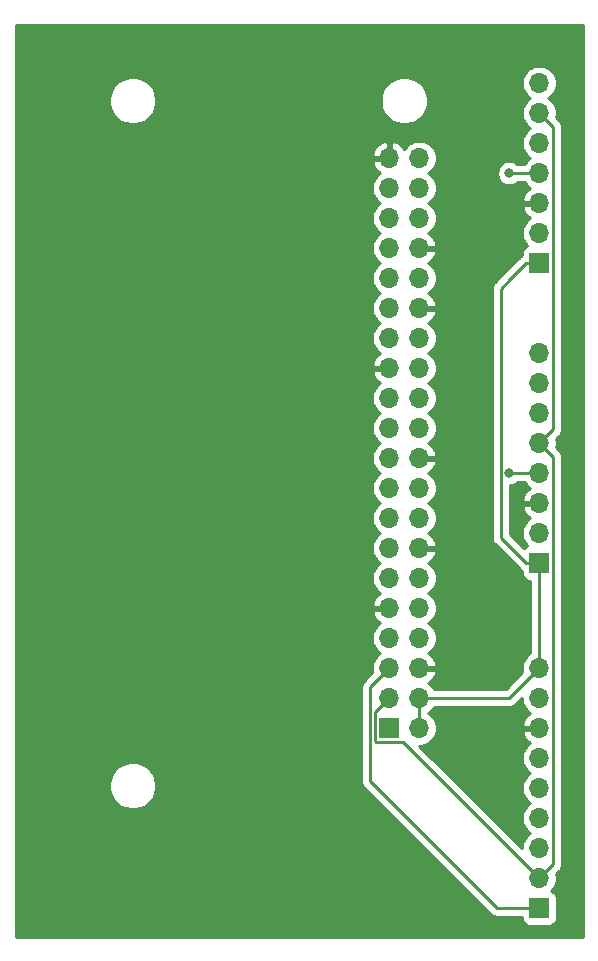
<source format=gbr>
G04 #@! TF.GenerationSoftware,KiCad,Pcbnew,(5.1.5)-3*
G04 #@! TF.CreationDate,2019-12-27T21:02:48-05:00*
G04 #@! TF.ProjectId,pi-altim,70692d61-6c74-4696-9d2e-6b696361645f,rev?*
G04 #@! TF.SameCoordinates,Original*
G04 #@! TF.FileFunction,Copper,L1,Top*
G04 #@! TF.FilePolarity,Positive*
%FSLAX46Y46*%
G04 Gerber Fmt 4.6, Leading zero omitted, Abs format (unit mm)*
G04 Created by KiCad (PCBNEW (5.1.5)-3) date 2019-12-27 21:02:48*
%MOMM*%
%LPD*%
G04 APERTURE LIST*
%ADD10O,1.700000X1.700000*%
%ADD11R,1.700000X1.700000*%
%ADD12C,0.800000*%
%ADD13C,0.250000*%
%ADD14C,0.254000*%
G04 APERTURE END LIST*
D10*
X46990000Y-64770000D03*
X44450000Y-67310000D03*
X44450000Y-52070000D03*
X46990000Y-52070000D03*
X46990000Y-67310000D03*
X44450000Y-64770000D03*
X46990000Y-69850000D03*
D11*
X44450000Y-69850000D03*
D10*
X44450000Y-41910000D03*
X46990000Y-41910000D03*
X44450000Y-57150000D03*
X46990000Y-57150000D03*
X44450000Y-36830000D03*
X46990000Y-36830000D03*
X44450000Y-54610000D03*
X46990000Y-54610000D03*
X44450000Y-59690000D03*
X46990000Y-59690000D03*
X44450000Y-46990000D03*
X46990000Y-46990000D03*
X44450000Y-24130000D03*
X46990000Y-24130000D03*
X44450000Y-29210000D03*
X46990000Y-29210000D03*
X44450000Y-26670000D03*
X46990000Y-26670000D03*
X44450000Y-49530000D03*
X46990000Y-49530000D03*
X44450000Y-31750000D03*
X46990000Y-31750000D03*
X44450000Y-62230000D03*
X46990000Y-62230000D03*
X44450000Y-34290000D03*
X46990000Y-34290000D03*
X44450000Y-44450000D03*
X46990000Y-44450000D03*
X44450000Y-39370000D03*
X46990000Y-39370000D03*
X44450000Y-21590000D03*
X46990000Y-21590000D03*
D11*
X57150000Y-30480000D03*
D10*
X57150000Y-27940000D03*
X57150000Y-25400000D03*
X57150000Y-22860000D03*
X57150000Y-20320000D03*
X57150000Y-17780000D03*
X57150000Y-15240000D03*
D11*
X57150000Y-55880000D03*
D10*
X57150000Y-53340000D03*
X57150000Y-50800000D03*
X57150000Y-48260000D03*
X57150000Y-45720000D03*
X57150000Y-43180000D03*
X57150000Y-40640000D03*
X57150000Y-38100000D03*
D11*
X57150000Y-85090000D03*
D10*
X57150000Y-82550000D03*
X57150000Y-80010000D03*
X57150000Y-77470000D03*
X57150000Y-74930000D03*
X57150000Y-72390000D03*
X57150000Y-69850000D03*
X57150000Y-67310000D03*
X57150000Y-64770000D03*
D12*
X54610000Y-22860000D03*
X54610000Y-48260000D03*
D13*
X43274999Y-68485001D02*
X43600001Y-68159999D01*
X43600001Y-68159999D02*
X44450000Y-67310000D01*
X43274999Y-70960001D02*
X43274999Y-68485001D01*
X43339999Y-71025001D02*
X43274999Y-70960001D01*
X45625001Y-71025001D02*
X43339999Y-71025001D01*
X57150000Y-82550000D02*
X45625001Y-71025001D01*
X57999999Y-44870001D02*
X57150000Y-45720000D01*
X58325001Y-18955001D02*
X58325001Y-44544999D01*
X58325001Y-44544999D02*
X57999999Y-44870001D01*
X57150000Y-17780000D02*
X58325001Y-18955001D01*
X58325001Y-81374999D02*
X57999999Y-81700001D01*
X58325001Y-46895001D02*
X58325001Y-81374999D01*
X57999999Y-81700001D02*
X57150000Y-82550000D01*
X57150000Y-45720000D02*
X58325001Y-46895001D01*
X46990000Y-69850000D02*
X46990000Y-67310000D01*
X57150000Y-55880000D02*
X57150000Y-64770000D01*
X56050000Y-30480000D02*
X57150000Y-30480000D01*
X54610000Y-67310000D02*
X57150000Y-64770000D01*
X46990000Y-67310000D02*
X54610000Y-67310000D01*
X54695000Y-31835000D02*
X56050000Y-30480000D01*
X54610000Y-31920000D02*
X54695000Y-31835000D01*
X57150000Y-55880000D02*
X56050000Y-55880000D01*
X53884999Y-32645001D02*
X54695000Y-31835000D01*
X56050000Y-55880000D02*
X53884999Y-53714999D01*
X53884999Y-53714999D02*
X53884999Y-32645001D01*
X43600001Y-65619999D02*
X44450000Y-64770000D01*
X42824990Y-66395010D02*
X43600001Y-65619999D01*
X53573998Y-85090000D02*
X42824990Y-74340992D01*
X42824990Y-74340992D02*
X42824990Y-66395010D01*
X57150000Y-85090000D02*
X53573998Y-85090000D01*
X57150000Y-48260000D02*
X54610000Y-48260000D01*
X54610000Y-22860000D02*
X57150000Y-22860000D01*
D14*
G36*
X60833000Y-87503000D02*
G01*
X12827000Y-87503000D01*
X12827000Y-74522032D01*
X20710000Y-74522032D01*
X20710000Y-74917968D01*
X20787243Y-75306296D01*
X20938761Y-75672092D01*
X21158731Y-76001301D01*
X21438699Y-76281269D01*
X21767908Y-76501239D01*
X22133704Y-76652757D01*
X22522032Y-76730000D01*
X22917968Y-76730000D01*
X23306296Y-76652757D01*
X23672092Y-76501239D01*
X24001301Y-76281269D01*
X24281269Y-76001301D01*
X24501239Y-75672092D01*
X24652757Y-75306296D01*
X24730000Y-74917968D01*
X24730000Y-74522032D01*
X24652757Y-74133704D01*
X24501239Y-73767908D01*
X24281269Y-73438699D01*
X24001301Y-73158731D01*
X23672092Y-72938761D01*
X23306296Y-72787243D01*
X22917968Y-72710000D01*
X22522032Y-72710000D01*
X22133704Y-72787243D01*
X21767908Y-72938761D01*
X21438699Y-73158731D01*
X21158731Y-73438699D01*
X20938761Y-73767908D01*
X20787243Y-74133704D01*
X20710000Y-74522032D01*
X12827000Y-74522032D01*
X12827000Y-66395010D01*
X42061314Y-66395010D01*
X42064991Y-66432342D01*
X42064990Y-74303670D01*
X42061314Y-74340992D01*
X42064990Y-74378314D01*
X42064990Y-74378324D01*
X42075987Y-74489977D01*
X42085711Y-74522032D01*
X42119444Y-74633238D01*
X42190016Y-74765268D01*
X42205176Y-74783740D01*
X42284989Y-74880993D01*
X42313993Y-74904796D01*
X53010199Y-85601003D01*
X53033997Y-85630001D01*
X53062995Y-85653799D01*
X53149721Y-85724974D01*
X53281751Y-85795546D01*
X53425012Y-85839003D01*
X53536665Y-85850000D01*
X53536675Y-85850000D01*
X53573998Y-85853676D01*
X53611321Y-85850000D01*
X55661928Y-85850000D01*
X55661928Y-85940000D01*
X55674188Y-86064482D01*
X55710498Y-86184180D01*
X55769463Y-86294494D01*
X55848815Y-86391185D01*
X55945506Y-86470537D01*
X56055820Y-86529502D01*
X56175518Y-86565812D01*
X56300000Y-86578072D01*
X58000000Y-86578072D01*
X58124482Y-86565812D01*
X58244180Y-86529502D01*
X58354494Y-86470537D01*
X58451185Y-86391185D01*
X58530537Y-86294494D01*
X58589502Y-86184180D01*
X58625812Y-86064482D01*
X58638072Y-85940000D01*
X58638072Y-84240000D01*
X58625812Y-84115518D01*
X58589502Y-83995820D01*
X58530537Y-83885506D01*
X58451185Y-83788815D01*
X58354494Y-83709463D01*
X58244180Y-83650498D01*
X58171620Y-83628487D01*
X58303475Y-83496632D01*
X58465990Y-83253411D01*
X58577932Y-82983158D01*
X58635000Y-82696260D01*
X58635000Y-82403740D01*
X58591209Y-82183592D01*
X58835998Y-81938803D01*
X58865002Y-81915000D01*
X58959975Y-81799275D01*
X59030547Y-81667246D01*
X59074004Y-81523985D01*
X59085001Y-81412332D01*
X59085001Y-81412323D01*
X59088677Y-81375000D01*
X59085001Y-81337677D01*
X59085001Y-46932323D01*
X59088677Y-46895000D01*
X59085001Y-46857677D01*
X59085001Y-46857668D01*
X59074004Y-46746015D01*
X59030547Y-46602754D01*
X58959975Y-46470725D01*
X58865002Y-46355000D01*
X58836005Y-46331203D01*
X58591210Y-46086408D01*
X58635000Y-45866260D01*
X58635000Y-45573740D01*
X58591209Y-45353592D01*
X58835998Y-45108803D01*
X58865002Y-45085000D01*
X58959975Y-44969275D01*
X59030547Y-44837246D01*
X59074004Y-44693985D01*
X59085001Y-44582332D01*
X59085001Y-44582323D01*
X59088677Y-44545000D01*
X59085001Y-44507677D01*
X59085001Y-18992323D01*
X59088677Y-18955000D01*
X59085001Y-18917677D01*
X59085001Y-18917668D01*
X59074004Y-18806015D01*
X59030547Y-18662754D01*
X58959975Y-18530725D01*
X58865002Y-18415000D01*
X58836005Y-18391203D01*
X58591210Y-18146408D01*
X58635000Y-17926260D01*
X58635000Y-17633740D01*
X58577932Y-17346842D01*
X58465990Y-17076589D01*
X58303475Y-16833368D01*
X58096632Y-16626525D01*
X57922240Y-16510000D01*
X58096632Y-16393475D01*
X58303475Y-16186632D01*
X58465990Y-15943411D01*
X58577932Y-15673158D01*
X58635000Y-15386260D01*
X58635000Y-15093740D01*
X58577932Y-14806842D01*
X58465990Y-14536589D01*
X58303475Y-14293368D01*
X58096632Y-14086525D01*
X57853411Y-13924010D01*
X57583158Y-13812068D01*
X57296260Y-13755000D01*
X57003740Y-13755000D01*
X56716842Y-13812068D01*
X56446589Y-13924010D01*
X56203368Y-14086525D01*
X55996525Y-14293368D01*
X55834010Y-14536589D01*
X55722068Y-14806842D01*
X55665000Y-15093740D01*
X55665000Y-15386260D01*
X55722068Y-15673158D01*
X55834010Y-15943411D01*
X55996525Y-16186632D01*
X56203368Y-16393475D01*
X56377760Y-16510000D01*
X56203368Y-16626525D01*
X55996525Y-16833368D01*
X55834010Y-17076589D01*
X55722068Y-17346842D01*
X55665000Y-17633740D01*
X55665000Y-17926260D01*
X55722068Y-18213158D01*
X55834010Y-18483411D01*
X55996525Y-18726632D01*
X56203368Y-18933475D01*
X56377760Y-19050000D01*
X56203368Y-19166525D01*
X55996525Y-19373368D01*
X55834010Y-19616589D01*
X55722068Y-19886842D01*
X55665000Y-20173740D01*
X55665000Y-20466260D01*
X55722068Y-20753158D01*
X55834010Y-21023411D01*
X55996525Y-21266632D01*
X56203368Y-21473475D01*
X56377760Y-21590000D01*
X56203368Y-21706525D01*
X55996525Y-21913368D01*
X55871822Y-22100000D01*
X55313711Y-22100000D01*
X55269774Y-22056063D01*
X55100256Y-21942795D01*
X54911898Y-21864774D01*
X54711939Y-21825000D01*
X54508061Y-21825000D01*
X54308102Y-21864774D01*
X54119744Y-21942795D01*
X53950226Y-22056063D01*
X53806063Y-22200226D01*
X53692795Y-22369744D01*
X53614774Y-22558102D01*
X53575000Y-22758061D01*
X53575000Y-22961939D01*
X53614774Y-23161898D01*
X53692795Y-23350256D01*
X53806063Y-23519774D01*
X53950226Y-23663937D01*
X54119744Y-23777205D01*
X54308102Y-23855226D01*
X54508061Y-23895000D01*
X54711939Y-23895000D01*
X54911898Y-23855226D01*
X55100256Y-23777205D01*
X55269774Y-23663937D01*
X55313711Y-23620000D01*
X55871822Y-23620000D01*
X55996525Y-23806632D01*
X56203368Y-24013475D01*
X56385534Y-24135195D01*
X56268645Y-24204822D01*
X56052412Y-24399731D01*
X55878359Y-24633080D01*
X55753175Y-24895901D01*
X55708524Y-25043110D01*
X55829845Y-25273000D01*
X57023000Y-25273000D01*
X57023000Y-25253000D01*
X57277000Y-25253000D01*
X57277000Y-25273000D01*
X57297000Y-25273000D01*
X57297000Y-25527000D01*
X57277000Y-25527000D01*
X57277000Y-25547000D01*
X57023000Y-25547000D01*
X57023000Y-25527000D01*
X55829845Y-25527000D01*
X55708524Y-25756890D01*
X55753175Y-25904099D01*
X55878359Y-26166920D01*
X56052412Y-26400269D01*
X56268645Y-26595178D01*
X56385534Y-26664805D01*
X56203368Y-26786525D01*
X55996525Y-26993368D01*
X55834010Y-27236589D01*
X55722068Y-27506842D01*
X55665000Y-27793740D01*
X55665000Y-28086260D01*
X55722068Y-28373158D01*
X55834010Y-28643411D01*
X55996525Y-28886632D01*
X56128380Y-29018487D01*
X56055820Y-29040498D01*
X55945506Y-29099463D01*
X55848815Y-29178815D01*
X55769463Y-29275506D01*
X55710498Y-29385820D01*
X55674188Y-29505518D01*
X55661928Y-29630000D01*
X55661928Y-29825674D01*
X55625724Y-29845026D01*
X55625722Y-29845027D01*
X55625723Y-29845027D01*
X55538996Y-29916201D01*
X55538992Y-29916205D01*
X55509999Y-29939999D01*
X55486205Y-29968992D01*
X54184007Y-31271192D01*
X54183996Y-31271201D01*
X53373996Y-32081202D01*
X53344999Y-32105000D01*
X53321201Y-32133998D01*
X53321200Y-32133999D01*
X53250025Y-32220725D01*
X53179453Y-32352755D01*
X53135997Y-32496016D01*
X53121323Y-32645001D01*
X53125000Y-32682334D01*
X53124999Y-53677677D01*
X53121323Y-53714999D01*
X53124999Y-53752321D01*
X53124999Y-53752331D01*
X53135996Y-53863984D01*
X53179453Y-54007245D01*
X53250025Y-54139275D01*
X53280856Y-54176842D01*
X53344998Y-54255000D01*
X53374002Y-54278803D01*
X55486201Y-56391003D01*
X55509999Y-56420001D01*
X55625724Y-56514974D01*
X55661928Y-56534326D01*
X55661928Y-56730000D01*
X55674188Y-56854482D01*
X55710498Y-56974180D01*
X55769463Y-57084494D01*
X55848815Y-57181185D01*
X55945506Y-57260537D01*
X56055820Y-57319502D01*
X56175518Y-57355812D01*
X56300000Y-57368072D01*
X56390000Y-57368072D01*
X56390001Y-63491821D01*
X56203368Y-63616525D01*
X55996525Y-63823368D01*
X55834010Y-64066589D01*
X55722068Y-64336842D01*
X55665000Y-64623740D01*
X55665000Y-64916260D01*
X55708790Y-65136407D01*
X54295199Y-66550000D01*
X48268178Y-66550000D01*
X48143475Y-66363368D01*
X47936632Y-66156525D01*
X47754466Y-66034805D01*
X47871355Y-65965178D01*
X48087588Y-65770269D01*
X48261641Y-65536920D01*
X48386825Y-65274099D01*
X48431476Y-65126890D01*
X48310155Y-64897000D01*
X47117000Y-64897000D01*
X47117000Y-64917000D01*
X46863000Y-64917000D01*
X46863000Y-64897000D01*
X46843000Y-64897000D01*
X46843000Y-64643000D01*
X46863000Y-64643000D01*
X46863000Y-64623000D01*
X47117000Y-64623000D01*
X47117000Y-64643000D01*
X48310155Y-64643000D01*
X48431476Y-64413110D01*
X48386825Y-64265901D01*
X48261641Y-64003080D01*
X48087588Y-63769731D01*
X47871355Y-63574822D01*
X47754466Y-63505195D01*
X47936632Y-63383475D01*
X48143475Y-63176632D01*
X48305990Y-62933411D01*
X48417932Y-62663158D01*
X48475000Y-62376260D01*
X48475000Y-62083740D01*
X48417932Y-61796842D01*
X48305990Y-61526589D01*
X48143475Y-61283368D01*
X47936632Y-61076525D01*
X47762240Y-60960000D01*
X47936632Y-60843475D01*
X48143475Y-60636632D01*
X48305990Y-60393411D01*
X48417932Y-60123158D01*
X48475000Y-59836260D01*
X48475000Y-59543740D01*
X48417932Y-59256842D01*
X48305990Y-58986589D01*
X48143475Y-58743368D01*
X47936632Y-58536525D01*
X47762240Y-58420000D01*
X47936632Y-58303475D01*
X48143475Y-58096632D01*
X48305990Y-57853411D01*
X48417932Y-57583158D01*
X48475000Y-57296260D01*
X48475000Y-57003740D01*
X48417932Y-56716842D01*
X48305990Y-56446589D01*
X48143475Y-56203368D01*
X47936632Y-55996525D01*
X47754466Y-55874805D01*
X47871355Y-55805178D01*
X48087588Y-55610269D01*
X48261641Y-55376920D01*
X48386825Y-55114099D01*
X48431476Y-54966890D01*
X48310155Y-54737000D01*
X47117000Y-54737000D01*
X47117000Y-54757000D01*
X46863000Y-54757000D01*
X46863000Y-54737000D01*
X46843000Y-54737000D01*
X46843000Y-54483000D01*
X46863000Y-54483000D01*
X46863000Y-54463000D01*
X47117000Y-54463000D01*
X47117000Y-54483000D01*
X48310155Y-54483000D01*
X48431476Y-54253110D01*
X48386825Y-54105901D01*
X48261641Y-53843080D01*
X48087588Y-53609731D01*
X47871355Y-53414822D01*
X47754466Y-53345195D01*
X47936632Y-53223475D01*
X48143475Y-53016632D01*
X48305990Y-52773411D01*
X48417932Y-52503158D01*
X48475000Y-52216260D01*
X48475000Y-51923740D01*
X48417932Y-51636842D01*
X48305990Y-51366589D01*
X48143475Y-51123368D01*
X47936632Y-50916525D01*
X47762240Y-50800000D01*
X47936632Y-50683475D01*
X48143475Y-50476632D01*
X48305990Y-50233411D01*
X48417932Y-49963158D01*
X48475000Y-49676260D01*
X48475000Y-49383740D01*
X48417932Y-49096842D01*
X48305990Y-48826589D01*
X48143475Y-48583368D01*
X47936632Y-48376525D01*
X47754466Y-48254805D01*
X47871355Y-48185178D01*
X48087588Y-47990269D01*
X48261641Y-47756920D01*
X48386825Y-47494099D01*
X48431476Y-47346890D01*
X48310155Y-47117000D01*
X47117000Y-47117000D01*
X47117000Y-47137000D01*
X46863000Y-47137000D01*
X46863000Y-47117000D01*
X46843000Y-47117000D01*
X46843000Y-46863000D01*
X46863000Y-46863000D01*
X46863000Y-46843000D01*
X47117000Y-46843000D01*
X47117000Y-46863000D01*
X48310155Y-46863000D01*
X48431476Y-46633110D01*
X48386825Y-46485901D01*
X48261641Y-46223080D01*
X48087588Y-45989731D01*
X47871355Y-45794822D01*
X47754466Y-45725195D01*
X47936632Y-45603475D01*
X48143475Y-45396632D01*
X48305990Y-45153411D01*
X48417932Y-44883158D01*
X48475000Y-44596260D01*
X48475000Y-44303740D01*
X48417932Y-44016842D01*
X48305990Y-43746589D01*
X48143475Y-43503368D01*
X47936632Y-43296525D01*
X47762240Y-43180000D01*
X47936632Y-43063475D01*
X48143475Y-42856632D01*
X48305990Y-42613411D01*
X48417932Y-42343158D01*
X48475000Y-42056260D01*
X48475000Y-41763740D01*
X48417932Y-41476842D01*
X48305990Y-41206589D01*
X48143475Y-40963368D01*
X47936632Y-40756525D01*
X47762240Y-40640000D01*
X47936632Y-40523475D01*
X48143475Y-40316632D01*
X48305990Y-40073411D01*
X48417932Y-39803158D01*
X48475000Y-39516260D01*
X48475000Y-39223740D01*
X48417932Y-38936842D01*
X48305990Y-38666589D01*
X48143475Y-38423368D01*
X47936632Y-38216525D01*
X47762240Y-38100000D01*
X47936632Y-37983475D01*
X48143475Y-37776632D01*
X48305990Y-37533411D01*
X48417932Y-37263158D01*
X48475000Y-36976260D01*
X48475000Y-36683740D01*
X48417932Y-36396842D01*
X48305990Y-36126589D01*
X48143475Y-35883368D01*
X47936632Y-35676525D01*
X47754466Y-35554805D01*
X47871355Y-35485178D01*
X48087588Y-35290269D01*
X48261641Y-35056920D01*
X48386825Y-34794099D01*
X48431476Y-34646890D01*
X48310155Y-34417000D01*
X47117000Y-34417000D01*
X47117000Y-34437000D01*
X46863000Y-34437000D01*
X46863000Y-34417000D01*
X46843000Y-34417000D01*
X46843000Y-34163000D01*
X46863000Y-34163000D01*
X46863000Y-34143000D01*
X47117000Y-34143000D01*
X47117000Y-34163000D01*
X48310155Y-34163000D01*
X48431476Y-33933110D01*
X48386825Y-33785901D01*
X48261641Y-33523080D01*
X48087588Y-33289731D01*
X47871355Y-33094822D01*
X47754466Y-33025195D01*
X47936632Y-32903475D01*
X48143475Y-32696632D01*
X48305990Y-32453411D01*
X48417932Y-32183158D01*
X48475000Y-31896260D01*
X48475000Y-31603740D01*
X48417932Y-31316842D01*
X48305990Y-31046589D01*
X48143475Y-30803368D01*
X47936632Y-30596525D01*
X47754466Y-30474805D01*
X47871355Y-30405178D01*
X48087588Y-30210269D01*
X48261641Y-29976920D01*
X48386825Y-29714099D01*
X48431476Y-29566890D01*
X48310155Y-29337000D01*
X47117000Y-29337000D01*
X47117000Y-29357000D01*
X46863000Y-29357000D01*
X46863000Y-29337000D01*
X46843000Y-29337000D01*
X46843000Y-29083000D01*
X46863000Y-29083000D01*
X46863000Y-29063000D01*
X47117000Y-29063000D01*
X47117000Y-29083000D01*
X48310155Y-29083000D01*
X48431476Y-28853110D01*
X48386825Y-28705901D01*
X48261641Y-28443080D01*
X48087588Y-28209731D01*
X47871355Y-28014822D01*
X47754466Y-27945195D01*
X47936632Y-27823475D01*
X48143475Y-27616632D01*
X48305990Y-27373411D01*
X48417932Y-27103158D01*
X48475000Y-26816260D01*
X48475000Y-26523740D01*
X48417932Y-26236842D01*
X48305990Y-25966589D01*
X48143475Y-25723368D01*
X47936632Y-25516525D01*
X47762240Y-25400000D01*
X47936632Y-25283475D01*
X48143475Y-25076632D01*
X48305990Y-24833411D01*
X48417932Y-24563158D01*
X48475000Y-24276260D01*
X48475000Y-23983740D01*
X48417932Y-23696842D01*
X48305990Y-23426589D01*
X48143475Y-23183368D01*
X47936632Y-22976525D01*
X47762240Y-22860000D01*
X47936632Y-22743475D01*
X48143475Y-22536632D01*
X48305990Y-22293411D01*
X48417932Y-22023158D01*
X48475000Y-21736260D01*
X48475000Y-21443740D01*
X48417932Y-21156842D01*
X48305990Y-20886589D01*
X48143475Y-20643368D01*
X47936632Y-20436525D01*
X47693411Y-20274010D01*
X47423158Y-20162068D01*
X47136260Y-20105000D01*
X46843740Y-20105000D01*
X46556842Y-20162068D01*
X46286589Y-20274010D01*
X46043368Y-20436525D01*
X45836525Y-20643368D01*
X45718900Y-20819406D01*
X45547588Y-20589731D01*
X45331355Y-20394822D01*
X45081252Y-20245843D01*
X44806891Y-20148519D01*
X44577000Y-20269186D01*
X44577000Y-21463000D01*
X44597000Y-21463000D01*
X44597000Y-21717000D01*
X44577000Y-21717000D01*
X44577000Y-21737000D01*
X44323000Y-21737000D01*
X44323000Y-21717000D01*
X43129845Y-21717000D01*
X43008524Y-21946890D01*
X43053175Y-22094099D01*
X43178359Y-22356920D01*
X43352412Y-22590269D01*
X43568645Y-22785178D01*
X43685534Y-22854805D01*
X43503368Y-22976525D01*
X43296525Y-23183368D01*
X43134010Y-23426589D01*
X43022068Y-23696842D01*
X42965000Y-23983740D01*
X42965000Y-24276260D01*
X43022068Y-24563158D01*
X43134010Y-24833411D01*
X43296525Y-25076632D01*
X43503368Y-25283475D01*
X43677760Y-25400000D01*
X43503368Y-25516525D01*
X43296525Y-25723368D01*
X43134010Y-25966589D01*
X43022068Y-26236842D01*
X42965000Y-26523740D01*
X42965000Y-26816260D01*
X43022068Y-27103158D01*
X43134010Y-27373411D01*
X43296525Y-27616632D01*
X43503368Y-27823475D01*
X43677760Y-27940000D01*
X43503368Y-28056525D01*
X43296525Y-28263368D01*
X43134010Y-28506589D01*
X43022068Y-28776842D01*
X42965000Y-29063740D01*
X42965000Y-29356260D01*
X43022068Y-29643158D01*
X43134010Y-29913411D01*
X43296525Y-30156632D01*
X43503368Y-30363475D01*
X43677760Y-30480000D01*
X43503368Y-30596525D01*
X43296525Y-30803368D01*
X43134010Y-31046589D01*
X43022068Y-31316842D01*
X42965000Y-31603740D01*
X42965000Y-31896260D01*
X43022068Y-32183158D01*
X43134010Y-32453411D01*
X43296525Y-32696632D01*
X43503368Y-32903475D01*
X43677760Y-33020000D01*
X43503368Y-33136525D01*
X43296525Y-33343368D01*
X43134010Y-33586589D01*
X43022068Y-33856842D01*
X42965000Y-34143740D01*
X42965000Y-34436260D01*
X43022068Y-34723158D01*
X43134010Y-34993411D01*
X43296525Y-35236632D01*
X43503368Y-35443475D01*
X43677760Y-35560000D01*
X43503368Y-35676525D01*
X43296525Y-35883368D01*
X43134010Y-36126589D01*
X43022068Y-36396842D01*
X42965000Y-36683740D01*
X42965000Y-36976260D01*
X43022068Y-37263158D01*
X43134010Y-37533411D01*
X43296525Y-37776632D01*
X43503368Y-37983475D01*
X43685534Y-38105195D01*
X43568645Y-38174822D01*
X43352412Y-38369731D01*
X43178359Y-38603080D01*
X43053175Y-38865901D01*
X43008524Y-39013110D01*
X43129845Y-39243000D01*
X44323000Y-39243000D01*
X44323000Y-39223000D01*
X44577000Y-39223000D01*
X44577000Y-39243000D01*
X44597000Y-39243000D01*
X44597000Y-39497000D01*
X44577000Y-39497000D01*
X44577000Y-39517000D01*
X44323000Y-39517000D01*
X44323000Y-39497000D01*
X43129845Y-39497000D01*
X43008524Y-39726890D01*
X43053175Y-39874099D01*
X43178359Y-40136920D01*
X43352412Y-40370269D01*
X43568645Y-40565178D01*
X43685534Y-40634805D01*
X43503368Y-40756525D01*
X43296525Y-40963368D01*
X43134010Y-41206589D01*
X43022068Y-41476842D01*
X42965000Y-41763740D01*
X42965000Y-42056260D01*
X43022068Y-42343158D01*
X43134010Y-42613411D01*
X43296525Y-42856632D01*
X43503368Y-43063475D01*
X43677760Y-43180000D01*
X43503368Y-43296525D01*
X43296525Y-43503368D01*
X43134010Y-43746589D01*
X43022068Y-44016842D01*
X42965000Y-44303740D01*
X42965000Y-44596260D01*
X43022068Y-44883158D01*
X43134010Y-45153411D01*
X43296525Y-45396632D01*
X43503368Y-45603475D01*
X43677760Y-45720000D01*
X43503368Y-45836525D01*
X43296525Y-46043368D01*
X43134010Y-46286589D01*
X43022068Y-46556842D01*
X42965000Y-46843740D01*
X42965000Y-47136260D01*
X43022068Y-47423158D01*
X43134010Y-47693411D01*
X43296525Y-47936632D01*
X43503368Y-48143475D01*
X43677760Y-48260000D01*
X43503368Y-48376525D01*
X43296525Y-48583368D01*
X43134010Y-48826589D01*
X43022068Y-49096842D01*
X42965000Y-49383740D01*
X42965000Y-49676260D01*
X43022068Y-49963158D01*
X43134010Y-50233411D01*
X43296525Y-50476632D01*
X43503368Y-50683475D01*
X43677760Y-50800000D01*
X43503368Y-50916525D01*
X43296525Y-51123368D01*
X43134010Y-51366589D01*
X43022068Y-51636842D01*
X42965000Y-51923740D01*
X42965000Y-52216260D01*
X43022068Y-52503158D01*
X43134010Y-52773411D01*
X43296525Y-53016632D01*
X43503368Y-53223475D01*
X43677760Y-53340000D01*
X43503368Y-53456525D01*
X43296525Y-53663368D01*
X43134010Y-53906589D01*
X43022068Y-54176842D01*
X42965000Y-54463740D01*
X42965000Y-54756260D01*
X43022068Y-55043158D01*
X43134010Y-55313411D01*
X43296525Y-55556632D01*
X43503368Y-55763475D01*
X43677760Y-55880000D01*
X43503368Y-55996525D01*
X43296525Y-56203368D01*
X43134010Y-56446589D01*
X43022068Y-56716842D01*
X42965000Y-57003740D01*
X42965000Y-57296260D01*
X43022068Y-57583158D01*
X43134010Y-57853411D01*
X43296525Y-58096632D01*
X43503368Y-58303475D01*
X43685534Y-58425195D01*
X43568645Y-58494822D01*
X43352412Y-58689731D01*
X43178359Y-58923080D01*
X43053175Y-59185901D01*
X43008524Y-59333110D01*
X43129845Y-59563000D01*
X44323000Y-59563000D01*
X44323000Y-59543000D01*
X44577000Y-59543000D01*
X44577000Y-59563000D01*
X44597000Y-59563000D01*
X44597000Y-59817000D01*
X44577000Y-59817000D01*
X44577000Y-59837000D01*
X44323000Y-59837000D01*
X44323000Y-59817000D01*
X43129845Y-59817000D01*
X43008524Y-60046890D01*
X43053175Y-60194099D01*
X43178359Y-60456920D01*
X43352412Y-60690269D01*
X43568645Y-60885178D01*
X43685534Y-60954805D01*
X43503368Y-61076525D01*
X43296525Y-61283368D01*
X43134010Y-61526589D01*
X43022068Y-61796842D01*
X42965000Y-62083740D01*
X42965000Y-62376260D01*
X43022068Y-62663158D01*
X43134010Y-62933411D01*
X43296525Y-63176632D01*
X43503368Y-63383475D01*
X43677760Y-63500000D01*
X43503368Y-63616525D01*
X43296525Y-63823368D01*
X43134010Y-64066589D01*
X43022068Y-64336842D01*
X42965000Y-64623740D01*
X42965000Y-64916260D01*
X43008790Y-65136408D01*
X42313988Y-65831211D01*
X42284990Y-65855009D01*
X42261192Y-65884007D01*
X42261191Y-65884008D01*
X42190016Y-65970734D01*
X42119444Y-66102764D01*
X42075988Y-66246025D01*
X42061314Y-66395010D01*
X12827000Y-66395010D01*
X12827000Y-21233110D01*
X43008524Y-21233110D01*
X43129845Y-21463000D01*
X44323000Y-21463000D01*
X44323000Y-20269186D01*
X44093109Y-20148519D01*
X43818748Y-20245843D01*
X43568645Y-20394822D01*
X43352412Y-20589731D01*
X43178359Y-20823080D01*
X43053175Y-21085901D01*
X43008524Y-21233110D01*
X12827000Y-21233110D01*
X12827000Y-16522032D01*
X20710000Y-16522032D01*
X20710000Y-16917968D01*
X20787243Y-17306296D01*
X20938761Y-17672092D01*
X21158731Y-18001301D01*
X21438699Y-18281269D01*
X21767908Y-18501239D01*
X22133704Y-18652757D01*
X22522032Y-18730000D01*
X22917968Y-18730000D01*
X23306296Y-18652757D01*
X23672092Y-18501239D01*
X24001301Y-18281269D01*
X24281269Y-18001301D01*
X24501239Y-17672092D01*
X24652757Y-17306296D01*
X24730000Y-16917968D01*
X24730000Y-16522032D01*
X43710000Y-16522032D01*
X43710000Y-16917968D01*
X43787243Y-17306296D01*
X43938761Y-17672092D01*
X44158731Y-18001301D01*
X44438699Y-18281269D01*
X44767908Y-18501239D01*
X45133704Y-18652757D01*
X45522032Y-18730000D01*
X45917968Y-18730000D01*
X46306296Y-18652757D01*
X46672092Y-18501239D01*
X47001301Y-18281269D01*
X47281269Y-18001301D01*
X47501239Y-17672092D01*
X47652757Y-17306296D01*
X47730000Y-16917968D01*
X47730000Y-16522032D01*
X47652757Y-16133704D01*
X47501239Y-15767908D01*
X47281269Y-15438699D01*
X47001301Y-15158731D01*
X46672092Y-14938761D01*
X46306296Y-14787243D01*
X45917968Y-14710000D01*
X45522032Y-14710000D01*
X45133704Y-14787243D01*
X44767908Y-14938761D01*
X44438699Y-15158731D01*
X44158731Y-15438699D01*
X43938761Y-15767908D01*
X43787243Y-16133704D01*
X43710000Y-16522032D01*
X24730000Y-16522032D01*
X24652757Y-16133704D01*
X24501239Y-15767908D01*
X24281269Y-15438699D01*
X24001301Y-15158731D01*
X23672092Y-14938761D01*
X23306296Y-14787243D01*
X22917968Y-14710000D01*
X22522032Y-14710000D01*
X22133704Y-14787243D01*
X21767908Y-14938761D01*
X21438699Y-15158731D01*
X21158731Y-15438699D01*
X20938761Y-15767908D01*
X20787243Y-16133704D01*
X20710000Y-16522032D01*
X12827000Y-16522032D01*
X12827000Y-10287000D01*
X60833000Y-10287000D01*
X60833000Y-87503000D01*
G37*
X60833000Y-87503000D02*
X12827000Y-87503000D01*
X12827000Y-74522032D01*
X20710000Y-74522032D01*
X20710000Y-74917968D01*
X20787243Y-75306296D01*
X20938761Y-75672092D01*
X21158731Y-76001301D01*
X21438699Y-76281269D01*
X21767908Y-76501239D01*
X22133704Y-76652757D01*
X22522032Y-76730000D01*
X22917968Y-76730000D01*
X23306296Y-76652757D01*
X23672092Y-76501239D01*
X24001301Y-76281269D01*
X24281269Y-76001301D01*
X24501239Y-75672092D01*
X24652757Y-75306296D01*
X24730000Y-74917968D01*
X24730000Y-74522032D01*
X24652757Y-74133704D01*
X24501239Y-73767908D01*
X24281269Y-73438699D01*
X24001301Y-73158731D01*
X23672092Y-72938761D01*
X23306296Y-72787243D01*
X22917968Y-72710000D01*
X22522032Y-72710000D01*
X22133704Y-72787243D01*
X21767908Y-72938761D01*
X21438699Y-73158731D01*
X21158731Y-73438699D01*
X20938761Y-73767908D01*
X20787243Y-74133704D01*
X20710000Y-74522032D01*
X12827000Y-74522032D01*
X12827000Y-66395010D01*
X42061314Y-66395010D01*
X42064991Y-66432342D01*
X42064990Y-74303670D01*
X42061314Y-74340992D01*
X42064990Y-74378314D01*
X42064990Y-74378324D01*
X42075987Y-74489977D01*
X42085711Y-74522032D01*
X42119444Y-74633238D01*
X42190016Y-74765268D01*
X42205176Y-74783740D01*
X42284989Y-74880993D01*
X42313993Y-74904796D01*
X53010199Y-85601003D01*
X53033997Y-85630001D01*
X53062995Y-85653799D01*
X53149721Y-85724974D01*
X53281751Y-85795546D01*
X53425012Y-85839003D01*
X53536665Y-85850000D01*
X53536675Y-85850000D01*
X53573998Y-85853676D01*
X53611321Y-85850000D01*
X55661928Y-85850000D01*
X55661928Y-85940000D01*
X55674188Y-86064482D01*
X55710498Y-86184180D01*
X55769463Y-86294494D01*
X55848815Y-86391185D01*
X55945506Y-86470537D01*
X56055820Y-86529502D01*
X56175518Y-86565812D01*
X56300000Y-86578072D01*
X58000000Y-86578072D01*
X58124482Y-86565812D01*
X58244180Y-86529502D01*
X58354494Y-86470537D01*
X58451185Y-86391185D01*
X58530537Y-86294494D01*
X58589502Y-86184180D01*
X58625812Y-86064482D01*
X58638072Y-85940000D01*
X58638072Y-84240000D01*
X58625812Y-84115518D01*
X58589502Y-83995820D01*
X58530537Y-83885506D01*
X58451185Y-83788815D01*
X58354494Y-83709463D01*
X58244180Y-83650498D01*
X58171620Y-83628487D01*
X58303475Y-83496632D01*
X58465990Y-83253411D01*
X58577932Y-82983158D01*
X58635000Y-82696260D01*
X58635000Y-82403740D01*
X58591209Y-82183592D01*
X58835998Y-81938803D01*
X58865002Y-81915000D01*
X58959975Y-81799275D01*
X59030547Y-81667246D01*
X59074004Y-81523985D01*
X59085001Y-81412332D01*
X59085001Y-81412323D01*
X59088677Y-81375000D01*
X59085001Y-81337677D01*
X59085001Y-46932323D01*
X59088677Y-46895000D01*
X59085001Y-46857677D01*
X59085001Y-46857668D01*
X59074004Y-46746015D01*
X59030547Y-46602754D01*
X58959975Y-46470725D01*
X58865002Y-46355000D01*
X58836005Y-46331203D01*
X58591210Y-46086408D01*
X58635000Y-45866260D01*
X58635000Y-45573740D01*
X58591209Y-45353592D01*
X58835998Y-45108803D01*
X58865002Y-45085000D01*
X58959975Y-44969275D01*
X59030547Y-44837246D01*
X59074004Y-44693985D01*
X59085001Y-44582332D01*
X59085001Y-44582323D01*
X59088677Y-44545000D01*
X59085001Y-44507677D01*
X59085001Y-18992323D01*
X59088677Y-18955000D01*
X59085001Y-18917677D01*
X59085001Y-18917668D01*
X59074004Y-18806015D01*
X59030547Y-18662754D01*
X58959975Y-18530725D01*
X58865002Y-18415000D01*
X58836005Y-18391203D01*
X58591210Y-18146408D01*
X58635000Y-17926260D01*
X58635000Y-17633740D01*
X58577932Y-17346842D01*
X58465990Y-17076589D01*
X58303475Y-16833368D01*
X58096632Y-16626525D01*
X57922240Y-16510000D01*
X58096632Y-16393475D01*
X58303475Y-16186632D01*
X58465990Y-15943411D01*
X58577932Y-15673158D01*
X58635000Y-15386260D01*
X58635000Y-15093740D01*
X58577932Y-14806842D01*
X58465990Y-14536589D01*
X58303475Y-14293368D01*
X58096632Y-14086525D01*
X57853411Y-13924010D01*
X57583158Y-13812068D01*
X57296260Y-13755000D01*
X57003740Y-13755000D01*
X56716842Y-13812068D01*
X56446589Y-13924010D01*
X56203368Y-14086525D01*
X55996525Y-14293368D01*
X55834010Y-14536589D01*
X55722068Y-14806842D01*
X55665000Y-15093740D01*
X55665000Y-15386260D01*
X55722068Y-15673158D01*
X55834010Y-15943411D01*
X55996525Y-16186632D01*
X56203368Y-16393475D01*
X56377760Y-16510000D01*
X56203368Y-16626525D01*
X55996525Y-16833368D01*
X55834010Y-17076589D01*
X55722068Y-17346842D01*
X55665000Y-17633740D01*
X55665000Y-17926260D01*
X55722068Y-18213158D01*
X55834010Y-18483411D01*
X55996525Y-18726632D01*
X56203368Y-18933475D01*
X56377760Y-19050000D01*
X56203368Y-19166525D01*
X55996525Y-19373368D01*
X55834010Y-19616589D01*
X55722068Y-19886842D01*
X55665000Y-20173740D01*
X55665000Y-20466260D01*
X55722068Y-20753158D01*
X55834010Y-21023411D01*
X55996525Y-21266632D01*
X56203368Y-21473475D01*
X56377760Y-21590000D01*
X56203368Y-21706525D01*
X55996525Y-21913368D01*
X55871822Y-22100000D01*
X55313711Y-22100000D01*
X55269774Y-22056063D01*
X55100256Y-21942795D01*
X54911898Y-21864774D01*
X54711939Y-21825000D01*
X54508061Y-21825000D01*
X54308102Y-21864774D01*
X54119744Y-21942795D01*
X53950226Y-22056063D01*
X53806063Y-22200226D01*
X53692795Y-22369744D01*
X53614774Y-22558102D01*
X53575000Y-22758061D01*
X53575000Y-22961939D01*
X53614774Y-23161898D01*
X53692795Y-23350256D01*
X53806063Y-23519774D01*
X53950226Y-23663937D01*
X54119744Y-23777205D01*
X54308102Y-23855226D01*
X54508061Y-23895000D01*
X54711939Y-23895000D01*
X54911898Y-23855226D01*
X55100256Y-23777205D01*
X55269774Y-23663937D01*
X55313711Y-23620000D01*
X55871822Y-23620000D01*
X55996525Y-23806632D01*
X56203368Y-24013475D01*
X56385534Y-24135195D01*
X56268645Y-24204822D01*
X56052412Y-24399731D01*
X55878359Y-24633080D01*
X55753175Y-24895901D01*
X55708524Y-25043110D01*
X55829845Y-25273000D01*
X57023000Y-25273000D01*
X57023000Y-25253000D01*
X57277000Y-25253000D01*
X57277000Y-25273000D01*
X57297000Y-25273000D01*
X57297000Y-25527000D01*
X57277000Y-25527000D01*
X57277000Y-25547000D01*
X57023000Y-25547000D01*
X57023000Y-25527000D01*
X55829845Y-25527000D01*
X55708524Y-25756890D01*
X55753175Y-25904099D01*
X55878359Y-26166920D01*
X56052412Y-26400269D01*
X56268645Y-26595178D01*
X56385534Y-26664805D01*
X56203368Y-26786525D01*
X55996525Y-26993368D01*
X55834010Y-27236589D01*
X55722068Y-27506842D01*
X55665000Y-27793740D01*
X55665000Y-28086260D01*
X55722068Y-28373158D01*
X55834010Y-28643411D01*
X55996525Y-28886632D01*
X56128380Y-29018487D01*
X56055820Y-29040498D01*
X55945506Y-29099463D01*
X55848815Y-29178815D01*
X55769463Y-29275506D01*
X55710498Y-29385820D01*
X55674188Y-29505518D01*
X55661928Y-29630000D01*
X55661928Y-29825674D01*
X55625724Y-29845026D01*
X55625722Y-29845027D01*
X55625723Y-29845027D01*
X55538996Y-29916201D01*
X55538992Y-29916205D01*
X55509999Y-29939999D01*
X55486205Y-29968992D01*
X54184007Y-31271192D01*
X54183996Y-31271201D01*
X53373996Y-32081202D01*
X53344999Y-32105000D01*
X53321201Y-32133998D01*
X53321200Y-32133999D01*
X53250025Y-32220725D01*
X53179453Y-32352755D01*
X53135997Y-32496016D01*
X53121323Y-32645001D01*
X53125000Y-32682334D01*
X53124999Y-53677677D01*
X53121323Y-53714999D01*
X53124999Y-53752321D01*
X53124999Y-53752331D01*
X53135996Y-53863984D01*
X53179453Y-54007245D01*
X53250025Y-54139275D01*
X53280856Y-54176842D01*
X53344998Y-54255000D01*
X53374002Y-54278803D01*
X55486201Y-56391003D01*
X55509999Y-56420001D01*
X55625724Y-56514974D01*
X55661928Y-56534326D01*
X55661928Y-56730000D01*
X55674188Y-56854482D01*
X55710498Y-56974180D01*
X55769463Y-57084494D01*
X55848815Y-57181185D01*
X55945506Y-57260537D01*
X56055820Y-57319502D01*
X56175518Y-57355812D01*
X56300000Y-57368072D01*
X56390000Y-57368072D01*
X56390001Y-63491821D01*
X56203368Y-63616525D01*
X55996525Y-63823368D01*
X55834010Y-64066589D01*
X55722068Y-64336842D01*
X55665000Y-64623740D01*
X55665000Y-64916260D01*
X55708790Y-65136407D01*
X54295199Y-66550000D01*
X48268178Y-66550000D01*
X48143475Y-66363368D01*
X47936632Y-66156525D01*
X47754466Y-66034805D01*
X47871355Y-65965178D01*
X48087588Y-65770269D01*
X48261641Y-65536920D01*
X48386825Y-65274099D01*
X48431476Y-65126890D01*
X48310155Y-64897000D01*
X47117000Y-64897000D01*
X47117000Y-64917000D01*
X46863000Y-64917000D01*
X46863000Y-64897000D01*
X46843000Y-64897000D01*
X46843000Y-64643000D01*
X46863000Y-64643000D01*
X46863000Y-64623000D01*
X47117000Y-64623000D01*
X47117000Y-64643000D01*
X48310155Y-64643000D01*
X48431476Y-64413110D01*
X48386825Y-64265901D01*
X48261641Y-64003080D01*
X48087588Y-63769731D01*
X47871355Y-63574822D01*
X47754466Y-63505195D01*
X47936632Y-63383475D01*
X48143475Y-63176632D01*
X48305990Y-62933411D01*
X48417932Y-62663158D01*
X48475000Y-62376260D01*
X48475000Y-62083740D01*
X48417932Y-61796842D01*
X48305990Y-61526589D01*
X48143475Y-61283368D01*
X47936632Y-61076525D01*
X47762240Y-60960000D01*
X47936632Y-60843475D01*
X48143475Y-60636632D01*
X48305990Y-60393411D01*
X48417932Y-60123158D01*
X48475000Y-59836260D01*
X48475000Y-59543740D01*
X48417932Y-59256842D01*
X48305990Y-58986589D01*
X48143475Y-58743368D01*
X47936632Y-58536525D01*
X47762240Y-58420000D01*
X47936632Y-58303475D01*
X48143475Y-58096632D01*
X48305990Y-57853411D01*
X48417932Y-57583158D01*
X48475000Y-57296260D01*
X48475000Y-57003740D01*
X48417932Y-56716842D01*
X48305990Y-56446589D01*
X48143475Y-56203368D01*
X47936632Y-55996525D01*
X47754466Y-55874805D01*
X47871355Y-55805178D01*
X48087588Y-55610269D01*
X48261641Y-55376920D01*
X48386825Y-55114099D01*
X48431476Y-54966890D01*
X48310155Y-54737000D01*
X47117000Y-54737000D01*
X47117000Y-54757000D01*
X46863000Y-54757000D01*
X46863000Y-54737000D01*
X46843000Y-54737000D01*
X46843000Y-54483000D01*
X46863000Y-54483000D01*
X46863000Y-54463000D01*
X47117000Y-54463000D01*
X47117000Y-54483000D01*
X48310155Y-54483000D01*
X48431476Y-54253110D01*
X48386825Y-54105901D01*
X48261641Y-53843080D01*
X48087588Y-53609731D01*
X47871355Y-53414822D01*
X47754466Y-53345195D01*
X47936632Y-53223475D01*
X48143475Y-53016632D01*
X48305990Y-52773411D01*
X48417932Y-52503158D01*
X48475000Y-52216260D01*
X48475000Y-51923740D01*
X48417932Y-51636842D01*
X48305990Y-51366589D01*
X48143475Y-51123368D01*
X47936632Y-50916525D01*
X47762240Y-50800000D01*
X47936632Y-50683475D01*
X48143475Y-50476632D01*
X48305990Y-50233411D01*
X48417932Y-49963158D01*
X48475000Y-49676260D01*
X48475000Y-49383740D01*
X48417932Y-49096842D01*
X48305990Y-48826589D01*
X48143475Y-48583368D01*
X47936632Y-48376525D01*
X47754466Y-48254805D01*
X47871355Y-48185178D01*
X48087588Y-47990269D01*
X48261641Y-47756920D01*
X48386825Y-47494099D01*
X48431476Y-47346890D01*
X48310155Y-47117000D01*
X47117000Y-47117000D01*
X47117000Y-47137000D01*
X46863000Y-47137000D01*
X46863000Y-47117000D01*
X46843000Y-47117000D01*
X46843000Y-46863000D01*
X46863000Y-46863000D01*
X46863000Y-46843000D01*
X47117000Y-46843000D01*
X47117000Y-46863000D01*
X48310155Y-46863000D01*
X48431476Y-46633110D01*
X48386825Y-46485901D01*
X48261641Y-46223080D01*
X48087588Y-45989731D01*
X47871355Y-45794822D01*
X47754466Y-45725195D01*
X47936632Y-45603475D01*
X48143475Y-45396632D01*
X48305990Y-45153411D01*
X48417932Y-44883158D01*
X48475000Y-44596260D01*
X48475000Y-44303740D01*
X48417932Y-44016842D01*
X48305990Y-43746589D01*
X48143475Y-43503368D01*
X47936632Y-43296525D01*
X47762240Y-43180000D01*
X47936632Y-43063475D01*
X48143475Y-42856632D01*
X48305990Y-42613411D01*
X48417932Y-42343158D01*
X48475000Y-42056260D01*
X48475000Y-41763740D01*
X48417932Y-41476842D01*
X48305990Y-41206589D01*
X48143475Y-40963368D01*
X47936632Y-40756525D01*
X47762240Y-40640000D01*
X47936632Y-40523475D01*
X48143475Y-40316632D01*
X48305990Y-40073411D01*
X48417932Y-39803158D01*
X48475000Y-39516260D01*
X48475000Y-39223740D01*
X48417932Y-38936842D01*
X48305990Y-38666589D01*
X48143475Y-38423368D01*
X47936632Y-38216525D01*
X47762240Y-38100000D01*
X47936632Y-37983475D01*
X48143475Y-37776632D01*
X48305990Y-37533411D01*
X48417932Y-37263158D01*
X48475000Y-36976260D01*
X48475000Y-36683740D01*
X48417932Y-36396842D01*
X48305990Y-36126589D01*
X48143475Y-35883368D01*
X47936632Y-35676525D01*
X47754466Y-35554805D01*
X47871355Y-35485178D01*
X48087588Y-35290269D01*
X48261641Y-35056920D01*
X48386825Y-34794099D01*
X48431476Y-34646890D01*
X48310155Y-34417000D01*
X47117000Y-34417000D01*
X47117000Y-34437000D01*
X46863000Y-34437000D01*
X46863000Y-34417000D01*
X46843000Y-34417000D01*
X46843000Y-34163000D01*
X46863000Y-34163000D01*
X46863000Y-34143000D01*
X47117000Y-34143000D01*
X47117000Y-34163000D01*
X48310155Y-34163000D01*
X48431476Y-33933110D01*
X48386825Y-33785901D01*
X48261641Y-33523080D01*
X48087588Y-33289731D01*
X47871355Y-33094822D01*
X47754466Y-33025195D01*
X47936632Y-32903475D01*
X48143475Y-32696632D01*
X48305990Y-32453411D01*
X48417932Y-32183158D01*
X48475000Y-31896260D01*
X48475000Y-31603740D01*
X48417932Y-31316842D01*
X48305990Y-31046589D01*
X48143475Y-30803368D01*
X47936632Y-30596525D01*
X47754466Y-30474805D01*
X47871355Y-30405178D01*
X48087588Y-30210269D01*
X48261641Y-29976920D01*
X48386825Y-29714099D01*
X48431476Y-29566890D01*
X48310155Y-29337000D01*
X47117000Y-29337000D01*
X47117000Y-29357000D01*
X46863000Y-29357000D01*
X46863000Y-29337000D01*
X46843000Y-29337000D01*
X46843000Y-29083000D01*
X46863000Y-29083000D01*
X46863000Y-29063000D01*
X47117000Y-29063000D01*
X47117000Y-29083000D01*
X48310155Y-29083000D01*
X48431476Y-28853110D01*
X48386825Y-28705901D01*
X48261641Y-28443080D01*
X48087588Y-28209731D01*
X47871355Y-28014822D01*
X47754466Y-27945195D01*
X47936632Y-27823475D01*
X48143475Y-27616632D01*
X48305990Y-27373411D01*
X48417932Y-27103158D01*
X48475000Y-26816260D01*
X48475000Y-26523740D01*
X48417932Y-26236842D01*
X48305990Y-25966589D01*
X48143475Y-25723368D01*
X47936632Y-25516525D01*
X47762240Y-25400000D01*
X47936632Y-25283475D01*
X48143475Y-25076632D01*
X48305990Y-24833411D01*
X48417932Y-24563158D01*
X48475000Y-24276260D01*
X48475000Y-23983740D01*
X48417932Y-23696842D01*
X48305990Y-23426589D01*
X48143475Y-23183368D01*
X47936632Y-22976525D01*
X47762240Y-22860000D01*
X47936632Y-22743475D01*
X48143475Y-22536632D01*
X48305990Y-22293411D01*
X48417932Y-22023158D01*
X48475000Y-21736260D01*
X48475000Y-21443740D01*
X48417932Y-21156842D01*
X48305990Y-20886589D01*
X48143475Y-20643368D01*
X47936632Y-20436525D01*
X47693411Y-20274010D01*
X47423158Y-20162068D01*
X47136260Y-20105000D01*
X46843740Y-20105000D01*
X46556842Y-20162068D01*
X46286589Y-20274010D01*
X46043368Y-20436525D01*
X45836525Y-20643368D01*
X45718900Y-20819406D01*
X45547588Y-20589731D01*
X45331355Y-20394822D01*
X45081252Y-20245843D01*
X44806891Y-20148519D01*
X44577000Y-20269186D01*
X44577000Y-21463000D01*
X44597000Y-21463000D01*
X44597000Y-21717000D01*
X44577000Y-21717000D01*
X44577000Y-21737000D01*
X44323000Y-21737000D01*
X44323000Y-21717000D01*
X43129845Y-21717000D01*
X43008524Y-21946890D01*
X43053175Y-22094099D01*
X43178359Y-22356920D01*
X43352412Y-22590269D01*
X43568645Y-22785178D01*
X43685534Y-22854805D01*
X43503368Y-22976525D01*
X43296525Y-23183368D01*
X43134010Y-23426589D01*
X43022068Y-23696842D01*
X42965000Y-23983740D01*
X42965000Y-24276260D01*
X43022068Y-24563158D01*
X43134010Y-24833411D01*
X43296525Y-25076632D01*
X43503368Y-25283475D01*
X43677760Y-25400000D01*
X43503368Y-25516525D01*
X43296525Y-25723368D01*
X43134010Y-25966589D01*
X43022068Y-26236842D01*
X42965000Y-26523740D01*
X42965000Y-26816260D01*
X43022068Y-27103158D01*
X43134010Y-27373411D01*
X43296525Y-27616632D01*
X43503368Y-27823475D01*
X43677760Y-27940000D01*
X43503368Y-28056525D01*
X43296525Y-28263368D01*
X43134010Y-28506589D01*
X43022068Y-28776842D01*
X42965000Y-29063740D01*
X42965000Y-29356260D01*
X43022068Y-29643158D01*
X43134010Y-29913411D01*
X43296525Y-30156632D01*
X43503368Y-30363475D01*
X43677760Y-30480000D01*
X43503368Y-30596525D01*
X43296525Y-30803368D01*
X43134010Y-31046589D01*
X43022068Y-31316842D01*
X42965000Y-31603740D01*
X42965000Y-31896260D01*
X43022068Y-32183158D01*
X43134010Y-32453411D01*
X43296525Y-32696632D01*
X43503368Y-32903475D01*
X43677760Y-33020000D01*
X43503368Y-33136525D01*
X43296525Y-33343368D01*
X43134010Y-33586589D01*
X43022068Y-33856842D01*
X42965000Y-34143740D01*
X42965000Y-34436260D01*
X43022068Y-34723158D01*
X43134010Y-34993411D01*
X43296525Y-35236632D01*
X43503368Y-35443475D01*
X43677760Y-35560000D01*
X43503368Y-35676525D01*
X43296525Y-35883368D01*
X43134010Y-36126589D01*
X43022068Y-36396842D01*
X42965000Y-36683740D01*
X42965000Y-36976260D01*
X43022068Y-37263158D01*
X43134010Y-37533411D01*
X43296525Y-37776632D01*
X43503368Y-37983475D01*
X43685534Y-38105195D01*
X43568645Y-38174822D01*
X43352412Y-38369731D01*
X43178359Y-38603080D01*
X43053175Y-38865901D01*
X43008524Y-39013110D01*
X43129845Y-39243000D01*
X44323000Y-39243000D01*
X44323000Y-39223000D01*
X44577000Y-39223000D01*
X44577000Y-39243000D01*
X44597000Y-39243000D01*
X44597000Y-39497000D01*
X44577000Y-39497000D01*
X44577000Y-39517000D01*
X44323000Y-39517000D01*
X44323000Y-39497000D01*
X43129845Y-39497000D01*
X43008524Y-39726890D01*
X43053175Y-39874099D01*
X43178359Y-40136920D01*
X43352412Y-40370269D01*
X43568645Y-40565178D01*
X43685534Y-40634805D01*
X43503368Y-40756525D01*
X43296525Y-40963368D01*
X43134010Y-41206589D01*
X43022068Y-41476842D01*
X42965000Y-41763740D01*
X42965000Y-42056260D01*
X43022068Y-42343158D01*
X43134010Y-42613411D01*
X43296525Y-42856632D01*
X43503368Y-43063475D01*
X43677760Y-43180000D01*
X43503368Y-43296525D01*
X43296525Y-43503368D01*
X43134010Y-43746589D01*
X43022068Y-44016842D01*
X42965000Y-44303740D01*
X42965000Y-44596260D01*
X43022068Y-44883158D01*
X43134010Y-45153411D01*
X43296525Y-45396632D01*
X43503368Y-45603475D01*
X43677760Y-45720000D01*
X43503368Y-45836525D01*
X43296525Y-46043368D01*
X43134010Y-46286589D01*
X43022068Y-46556842D01*
X42965000Y-46843740D01*
X42965000Y-47136260D01*
X43022068Y-47423158D01*
X43134010Y-47693411D01*
X43296525Y-47936632D01*
X43503368Y-48143475D01*
X43677760Y-48260000D01*
X43503368Y-48376525D01*
X43296525Y-48583368D01*
X43134010Y-48826589D01*
X43022068Y-49096842D01*
X42965000Y-49383740D01*
X42965000Y-49676260D01*
X43022068Y-49963158D01*
X43134010Y-50233411D01*
X43296525Y-50476632D01*
X43503368Y-50683475D01*
X43677760Y-50800000D01*
X43503368Y-50916525D01*
X43296525Y-51123368D01*
X43134010Y-51366589D01*
X43022068Y-51636842D01*
X42965000Y-51923740D01*
X42965000Y-52216260D01*
X43022068Y-52503158D01*
X43134010Y-52773411D01*
X43296525Y-53016632D01*
X43503368Y-53223475D01*
X43677760Y-53340000D01*
X43503368Y-53456525D01*
X43296525Y-53663368D01*
X43134010Y-53906589D01*
X43022068Y-54176842D01*
X42965000Y-54463740D01*
X42965000Y-54756260D01*
X43022068Y-55043158D01*
X43134010Y-55313411D01*
X43296525Y-55556632D01*
X43503368Y-55763475D01*
X43677760Y-55880000D01*
X43503368Y-55996525D01*
X43296525Y-56203368D01*
X43134010Y-56446589D01*
X43022068Y-56716842D01*
X42965000Y-57003740D01*
X42965000Y-57296260D01*
X43022068Y-57583158D01*
X43134010Y-57853411D01*
X43296525Y-58096632D01*
X43503368Y-58303475D01*
X43685534Y-58425195D01*
X43568645Y-58494822D01*
X43352412Y-58689731D01*
X43178359Y-58923080D01*
X43053175Y-59185901D01*
X43008524Y-59333110D01*
X43129845Y-59563000D01*
X44323000Y-59563000D01*
X44323000Y-59543000D01*
X44577000Y-59543000D01*
X44577000Y-59563000D01*
X44597000Y-59563000D01*
X44597000Y-59817000D01*
X44577000Y-59817000D01*
X44577000Y-59837000D01*
X44323000Y-59837000D01*
X44323000Y-59817000D01*
X43129845Y-59817000D01*
X43008524Y-60046890D01*
X43053175Y-60194099D01*
X43178359Y-60456920D01*
X43352412Y-60690269D01*
X43568645Y-60885178D01*
X43685534Y-60954805D01*
X43503368Y-61076525D01*
X43296525Y-61283368D01*
X43134010Y-61526589D01*
X43022068Y-61796842D01*
X42965000Y-62083740D01*
X42965000Y-62376260D01*
X43022068Y-62663158D01*
X43134010Y-62933411D01*
X43296525Y-63176632D01*
X43503368Y-63383475D01*
X43677760Y-63500000D01*
X43503368Y-63616525D01*
X43296525Y-63823368D01*
X43134010Y-64066589D01*
X43022068Y-64336842D01*
X42965000Y-64623740D01*
X42965000Y-64916260D01*
X43008790Y-65136408D01*
X42313988Y-65831211D01*
X42284990Y-65855009D01*
X42261192Y-65884007D01*
X42261191Y-65884008D01*
X42190016Y-65970734D01*
X42119444Y-66102764D01*
X42075988Y-66246025D01*
X42061314Y-66395010D01*
X12827000Y-66395010D01*
X12827000Y-21233110D01*
X43008524Y-21233110D01*
X43129845Y-21463000D01*
X44323000Y-21463000D01*
X44323000Y-20269186D01*
X44093109Y-20148519D01*
X43818748Y-20245843D01*
X43568645Y-20394822D01*
X43352412Y-20589731D01*
X43178359Y-20823080D01*
X43053175Y-21085901D01*
X43008524Y-21233110D01*
X12827000Y-21233110D01*
X12827000Y-16522032D01*
X20710000Y-16522032D01*
X20710000Y-16917968D01*
X20787243Y-17306296D01*
X20938761Y-17672092D01*
X21158731Y-18001301D01*
X21438699Y-18281269D01*
X21767908Y-18501239D01*
X22133704Y-18652757D01*
X22522032Y-18730000D01*
X22917968Y-18730000D01*
X23306296Y-18652757D01*
X23672092Y-18501239D01*
X24001301Y-18281269D01*
X24281269Y-18001301D01*
X24501239Y-17672092D01*
X24652757Y-17306296D01*
X24730000Y-16917968D01*
X24730000Y-16522032D01*
X43710000Y-16522032D01*
X43710000Y-16917968D01*
X43787243Y-17306296D01*
X43938761Y-17672092D01*
X44158731Y-18001301D01*
X44438699Y-18281269D01*
X44767908Y-18501239D01*
X45133704Y-18652757D01*
X45522032Y-18730000D01*
X45917968Y-18730000D01*
X46306296Y-18652757D01*
X46672092Y-18501239D01*
X47001301Y-18281269D01*
X47281269Y-18001301D01*
X47501239Y-17672092D01*
X47652757Y-17306296D01*
X47730000Y-16917968D01*
X47730000Y-16522032D01*
X47652757Y-16133704D01*
X47501239Y-15767908D01*
X47281269Y-15438699D01*
X47001301Y-15158731D01*
X46672092Y-14938761D01*
X46306296Y-14787243D01*
X45917968Y-14710000D01*
X45522032Y-14710000D01*
X45133704Y-14787243D01*
X44767908Y-14938761D01*
X44438699Y-15158731D01*
X44158731Y-15438699D01*
X43938761Y-15767908D01*
X43787243Y-16133704D01*
X43710000Y-16522032D01*
X24730000Y-16522032D01*
X24652757Y-16133704D01*
X24501239Y-15767908D01*
X24281269Y-15438699D01*
X24001301Y-15158731D01*
X23672092Y-14938761D01*
X23306296Y-14787243D01*
X22917968Y-14710000D01*
X22522032Y-14710000D01*
X22133704Y-14787243D01*
X21767908Y-14938761D01*
X21438699Y-15158731D01*
X21158731Y-15438699D01*
X20938761Y-15767908D01*
X20787243Y-16133704D01*
X20710000Y-16522032D01*
X12827000Y-16522032D01*
X12827000Y-10287000D01*
X60833000Y-10287000D01*
X60833000Y-87503000D01*
G36*
X55665000Y-67456260D02*
G01*
X55722068Y-67743158D01*
X55834010Y-68013411D01*
X55996525Y-68256632D01*
X56203368Y-68463475D01*
X56385534Y-68585195D01*
X56268645Y-68654822D01*
X56052412Y-68849731D01*
X55878359Y-69083080D01*
X55753175Y-69345901D01*
X55708524Y-69493110D01*
X55829845Y-69723000D01*
X57023000Y-69723000D01*
X57023000Y-69703000D01*
X57277000Y-69703000D01*
X57277000Y-69723000D01*
X57297000Y-69723000D01*
X57297000Y-69977000D01*
X57277000Y-69977000D01*
X57277000Y-69997000D01*
X57023000Y-69997000D01*
X57023000Y-69977000D01*
X55829845Y-69977000D01*
X55708524Y-70206890D01*
X55753175Y-70354099D01*
X55878359Y-70616920D01*
X56052412Y-70850269D01*
X56268645Y-71045178D01*
X56385534Y-71114805D01*
X56203368Y-71236525D01*
X55996525Y-71443368D01*
X55834010Y-71686589D01*
X55722068Y-71956842D01*
X55665000Y-72243740D01*
X55665000Y-72536260D01*
X55722068Y-72823158D01*
X55834010Y-73093411D01*
X55996525Y-73336632D01*
X56203368Y-73543475D01*
X56377760Y-73660000D01*
X56203368Y-73776525D01*
X55996525Y-73983368D01*
X55834010Y-74226589D01*
X55722068Y-74496842D01*
X55665000Y-74783740D01*
X55665000Y-75076260D01*
X55722068Y-75363158D01*
X55834010Y-75633411D01*
X55996525Y-75876632D01*
X56203368Y-76083475D01*
X56377760Y-76200000D01*
X56203368Y-76316525D01*
X55996525Y-76523368D01*
X55834010Y-76766589D01*
X55722068Y-77036842D01*
X55665000Y-77323740D01*
X55665000Y-77616260D01*
X55722068Y-77903158D01*
X55834010Y-78173411D01*
X55996525Y-78416632D01*
X56203368Y-78623475D01*
X56377760Y-78740000D01*
X56203368Y-78856525D01*
X55996525Y-79063368D01*
X55834010Y-79306589D01*
X55722068Y-79576842D01*
X55665000Y-79863740D01*
X55665000Y-79990198D01*
X47009801Y-71335000D01*
X47136260Y-71335000D01*
X47423158Y-71277932D01*
X47693411Y-71165990D01*
X47936632Y-71003475D01*
X48143475Y-70796632D01*
X48305990Y-70553411D01*
X48417932Y-70283158D01*
X48475000Y-69996260D01*
X48475000Y-69703740D01*
X48417932Y-69416842D01*
X48305990Y-69146589D01*
X48143475Y-68903368D01*
X47936632Y-68696525D01*
X47762240Y-68580000D01*
X47936632Y-68463475D01*
X48143475Y-68256632D01*
X48268178Y-68070000D01*
X54572678Y-68070000D01*
X54610000Y-68073676D01*
X54647322Y-68070000D01*
X54647333Y-68070000D01*
X54758986Y-68059003D01*
X54902247Y-68015546D01*
X55034276Y-67944974D01*
X55150001Y-67850001D01*
X55173804Y-67820997D01*
X55665000Y-67329801D01*
X55665000Y-67456260D01*
G37*
X55665000Y-67456260D02*
X55722068Y-67743158D01*
X55834010Y-68013411D01*
X55996525Y-68256632D01*
X56203368Y-68463475D01*
X56385534Y-68585195D01*
X56268645Y-68654822D01*
X56052412Y-68849731D01*
X55878359Y-69083080D01*
X55753175Y-69345901D01*
X55708524Y-69493110D01*
X55829845Y-69723000D01*
X57023000Y-69723000D01*
X57023000Y-69703000D01*
X57277000Y-69703000D01*
X57277000Y-69723000D01*
X57297000Y-69723000D01*
X57297000Y-69977000D01*
X57277000Y-69977000D01*
X57277000Y-69997000D01*
X57023000Y-69997000D01*
X57023000Y-69977000D01*
X55829845Y-69977000D01*
X55708524Y-70206890D01*
X55753175Y-70354099D01*
X55878359Y-70616920D01*
X56052412Y-70850269D01*
X56268645Y-71045178D01*
X56385534Y-71114805D01*
X56203368Y-71236525D01*
X55996525Y-71443368D01*
X55834010Y-71686589D01*
X55722068Y-71956842D01*
X55665000Y-72243740D01*
X55665000Y-72536260D01*
X55722068Y-72823158D01*
X55834010Y-73093411D01*
X55996525Y-73336632D01*
X56203368Y-73543475D01*
X56377760Y-73660000D01*
X56203368Y-73776525D01*
X55996525Y-73983368D01*
X55834010Y-74226589D01*
X55722068Y-74496842D01*
X55665000Y-74783740D01*
X55665000Y-75076260D01*
X55722068Y-75363158D01*
X55834010Y-75633411D01*
X55996525Y-75876632D01*
X56203368Y-76083475D01*
X56377760Y-76200000D01*
X56203368Y-76316525D01*
X55996525Y-76523368D01*
X55834010Y-76766589D01*
X55722068Y-77036842D01*
X55665000Y-77323740D01*
X55665000Y-77616260D01*
X55722068Y-77903158D01*
X55834010Y-78173411D01*
X55996525Y-78416632D01*
X56203368Y-78623475D01*
X56377760Y-78740000D01*
X56203368Y-78856525D01*
X55996525Y-79063368D01*
X55834010Y-79306589D01*
X55722068Y-79576842D01*
X55665000Y-79863740D01*
X55665000Y-79990198D01*
X47009801Y-71335000D01*
X47136260Y-71335000D01*
X47423158Y-71277932D01*
X47693411Y-71165990D01*
X47936632Y-71003475D01*
X48143475Y-70796632D01*
X48305990Y-70553411D01*
X48417932Y-70283158D01*
X48475000Y-69996260D01*
X48475000Y-69703740D01*
X48417932Y-69416842D01*
X48305990Y-69146589D01*
X48143475Y-68903368D01*
X47936632Y-68696525D01*
X47762240Y-68580000D01*
X47936632Y-68463475D01*
X48143475Y-68256632D01*
X48268178Y-68070000D01*
X54572678Y-68070000D01*
X54610000Y-68073676D01*
X54647322Y-68070000D01*
X54647333Y-68070000D01*
X54758986Y-68059003D01*
X54902247Y-68015546D01*
X55034276Y-67944974D01*
X55150001Y-67850001D01*
X55173804Y-67820997D01*
X55665000Y-67329801D01*
X55665000Y-67456260D01*
G36*
X55996525Y-49206632D02*
G01*
X56203368Y-49413475D01*
X56385534Y-49535195D01*
X56268645Y-49604822D01*
X56052412Y-49799731D01*
X55878359Y-50033080D01*
X55753175Y-50295901D01*
X55708524Y-50443110D01*
X55829845Y-50673000D01*
X57023000Y-50673000D01*
X57023000Y-50653000D01*
X57277000Y-50653000D01*
X57277000Y-50673000D01*
X57297000Y-50673000D01*
X57297000Y-50927000D01*
X57277000Y-50927000D01*
X57277000Y-50947000D01*
X57023000Y-50947000D01*
X57023000Y-50927000D01*
X55829845Y-50927000D01*
X55708524Y-51156890D01*
X55753175Y-51304099D01*
X55878359Y-51566920D01*
X56052412Y-51800269D01*
X56268645Y-51995178D01*
X56385534Y-52064805D01*
X56203368Y-52186525D01*
X55996525Y-52393368D01*
X55834010Y-52636589D01*
X55722068Y-52906842D01*
X55665000Y-53193740D01*
X55665000Y-53486260D01*
X55722068Y-53773158D01*
X55834010Y-54043411D01*
X55996525Y-54286632D01*
X56128380Y-54418487D01*
X56055820Y-54440498D01*
X55945506Y-54499463D01*
X55848815Y-54578815D01*
X55837457Y-54592655D01*
X54644999Y-53400198D01*
X54644999Y-49295000D01*
X54711939Y-49295000D01*
X54911898Y-49255226D01*
X55100256Y-49177205D01*
X55269774Y-49063937D01*
X55313711Y-49020000D01*
X55871822Y-49020000D01*
X55996525Y-49206632D01*
G37*
X55996525Y-49206632D02*
X56203368Y-49413475D01*
X56385534Y-49535195D01*
X56268645Y-49604822D01*
X56052412Y-49799731D01*
X55878359Y-50033080D01*
X55753175Y-50295901D01*
X55708524Y-50443110D01*
X55829845Y-50673000D01*
X57023000Y-50673000D01*
X57023000Y-50653000D01*
X57277000Y-50653000D01*
X57277000Y-50673000D01*
X57297000Y-50673000D01*
X57297000Y-50927000D01*
X57277000Y-50927000D01*
X57277000Y-50947000D01*
X57023000Y-50947000D01*
X57023000Y-50927000D01*
X55829845Y-50927000D01*
X55708524Y-51156890D01*
X55753175Y-51304099D01*
X55878359Y-51566920D01*
X56052412Y-51800269D01*
X56268645Y-51995178D01*
X56385534Y-52064805D01*
X56203368Y-52186525D01*
X55996525Y-52393368D01*
X55834010Y-52636589D01*
X55722068Y-52906842D01*
X55665000Y-53193740D01*
X55665000Y-53486260D01*
X55722068Y-53773158D01*
X55834010Y-54043411D01*
X55996525Y-54286632D01*
X56128380Y-54418487D01*
X56055820Y-54440498D01*
X55945506Y-54499463D01*
X55848815Y-54578815D01*
X55837457Y-54592655D01*
X54644999Y-53400198D01*
X54644999Y-49295000D01*
X54711939Y-49295000D01*
X54911898Y-49255226D01*
X55100256Y-49177205D01*
X55269774Y-49063937D01*
X55313711Y-49020000D01*
X55871822Y-49020000D01*
X55996525Y-49206632D01*
M02*

</source>
